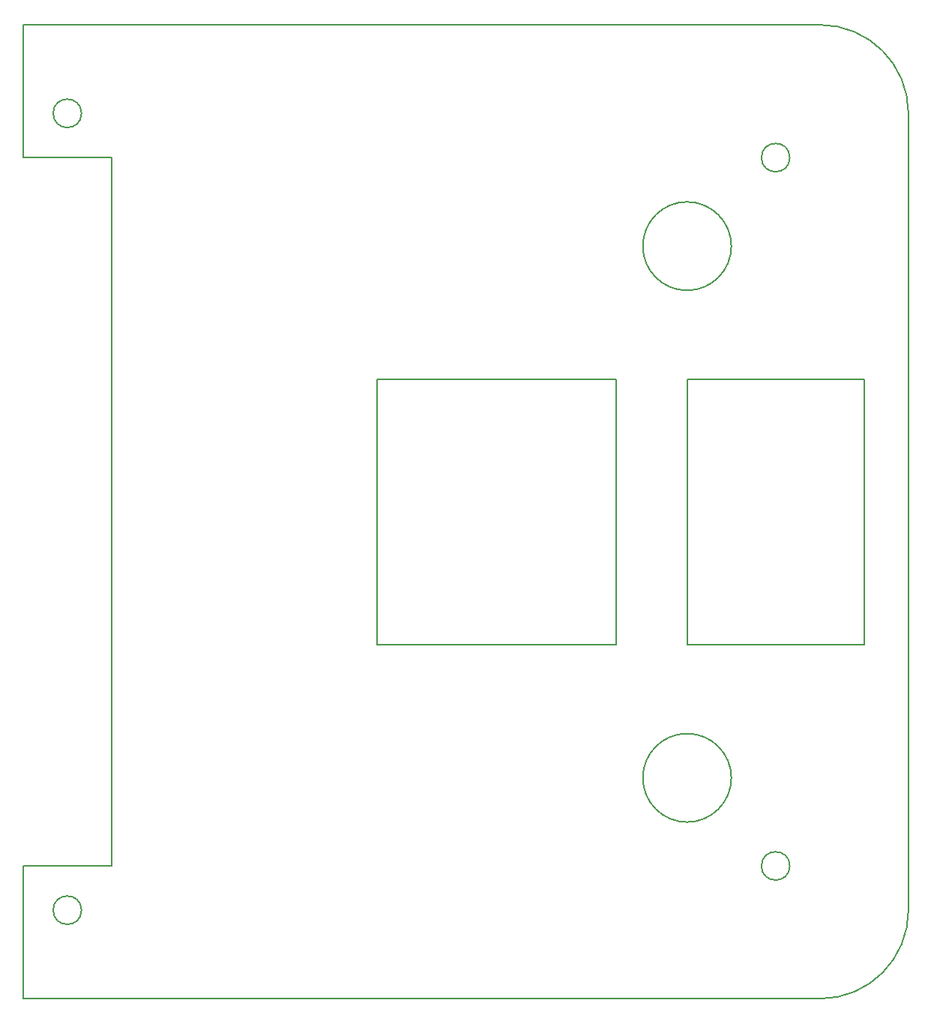
<source format=gbr>
%TF.GenerationSoftware,KiCad,Pcbnew,7.0.9*%
%TF.CreationDate,2024-12-19T20:14:40+09:00*%
%TF.ProjectId,04-PWR,30342d50-5752-42e6-9b69-6361645f7063,rev?*%
%TF.SameCoordinates,Original*%
%TF.FileFunction,Profile,NP*%
%FSLAX46Y46*%
G04 Gerber Fmt 4.6, Leading zero omitted, Abs format (unit mm)*
G04 Created by KiCad (PCBNEW 7.0.9) date 2024-12-19 20:14:40*
%MOMM*%
%LPD*%
G01*
G04 APERTURE LIST*
%TA.AperFunction,Profile*%
%ADD10C,0.200000*%
%TD*%
G04 APERTURE END LIST*
D10*
X155000000Y-130050000D02*
G75*
G03*
X155000000Y-130050000I-5000000J0D01*
G01*
X165000000Y-155000000D02*
G75*
G03*
X175000000Y-145000000I0J10000000D01*
G01*
X115000000Y-85000000D02*
X142000001Y-85000000D01*
X142000001Y-115000000D02*
X115000000Y-115000000D01*
X161600000Y-60000000D02*
G75*
G03*
X161600000Y-60000000I-1600000J0D01*
G01*
X165000000Y-45000000D02*
X75000000Y-45000000D01*
X85000000Y-60000000D02*
X85000000Y-140000000D01*
X170000000Y-85000000D02*
X170000000Y-115000000D01*
X175000000Y-55000000D02*
G75*
G03*
X165000000Y-45000000I-10000000J0D01*
G01*
X115000000Y-115000000D02*
X115000000Y-85000000D01*
X75000000Y-155000000D02*
X165000000Y-155000000D01*
X75000000Y-140000000D02*
X75000000Y-155000000D01*
X81600000Y-55000000D02*
G75*
G03*
X81600000Y-55000000I-1600000J0D01*
G01*
X155000000Y-70000000D02*
G75*
G03*
X155000000Y-70000000I-5000000J0D01*
G01*
X75000000Y-60000000D02*
X85000000Y-60000000D01*
X150000000Y-85000000D02*
X170000000Y-85000000D01*
X85000000Y-140000000D02*
X75000000Y-140000000D01*
X150000000Y-115000000D02*
X150000000Y-85000000D01*
X161600000Y-140000000D02*
G75*
G03*
X161600000Y-140000000I-1600000J0D01*
G01*
X75000000Y-45000000D02*
X75000000Y-60000000D01*
X142000001Y-85000000D02*
X142000001Y-115000000D01*
X170000000Y-115000000D02*
X150000000Y-115000000D01*
X175000000Y-145000000D02*
X175000000Y-55000000D01*
X81600000Y-145000000D02*
G75*
G03*
X81600000Y-145000000I-1600000J0D01*
G01*
M02*

</source>
